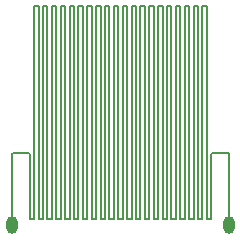
<source format=gtl>
G04*
G04 #@! TF.GenerationSoftware,Altium Limited,Altium Designer,21.4.1 (30)*
G04*
G04 Layer_Physical_Order=1*
G04 Layer_Color=255*
%FSAX44Y44*%
%MOMM*%
G71*
G04*
G04 #@! TF.SameCoordinates,300F7DDE-1E85-4507-BB81-479D1E03A725*
G04*
G04*
G04 #@! TF.FilePolarity,Positive*
G04*
G01*
G75*
%ADD11O,1.0000X1.5000*%
%ADD14C,0.2000*%
D11*
X00008000Y00010500D02*
D03*
X00192000D02*
D03*
D14*
X00192250Y00018000D02*
Y00070578D01*
X00178172Y00071750D02*
X00191078D01*
X00177000Y00070578D02*
X00178172Y00071750D01*
X00191078D02*
X00192250Y00070578D01*
X00177000Y00016000D02*
Y00070578D01*
X00023250Y00016000D02*
Y00070578D01*
X00008000D02*
X00009172Y00071750D01*
X00022078D02*
X00023250Y00070578D01*
X00009172Y00071750D02*
X00022078D01*
X00008000Y00018000D02*
Y00070578D01*
X00027000Y00016000D02*
Y00196000D01*
X00023250Y00016000D02*
X00027000D01*
X00087000Y00196000D02*
X00090750D01*
X00034500Y00016000D02*
Y00196000D01*
X00038250D01*
Y00016000D02*
Y00196000D01*
X00049500Y00016000D02*
Y00196000D01*
X00053250D01*
Y00016000D02*
Y00196000D01*
X00068250Y00016000D02*
Y00196000D01*
X00064500D02*
X00068250D01*
X00064500Y00016000D02*
Y00196000D01*
X00079500Y00016000D02*
Y00196000D01*
X00083250D01*
X00030750Y00016000D02*
X00034500D01*
X00038250D02*
X00042000D01*
X00053250D02*
X00057000D01*
X00045750D02*
X00049500D01*
X00075750D02*
X00079500D01*
X00083250D02*
X00087000D01*
X00068250D02*
X00072000D01*
X00060750D02*
X00064500D01*
X00105750D02*
X00109500D01*
X00113250D02*
X00117000D01*
X00098250D02*
X00102000D01*
X00090750D02*
X00094500D01*
X00135750D02*
X00139500D01*
X00143250D02*
X00147000D01*
X00128250D02*
X00132000D01*
X00120750D02*
X00124500D01*
X00165750D02*
X00169500D01*
X00173250D02*
X00177000D01*
X00158250D02*
X00162000D01*
X00150750D02*
X00154500D01*
X00147000Y00196000D02*
X00150750D01*
X00154500D02*
X00158250D01*
X00169500D02*
X00173250D01*
X00162000D02*
X00165750D01*
X00117000D02*
X00120750D01*
X00124500D02*
X00128250D01*
X00139500D02*
X00143250D01*
X00132000D02*
X00135750D01*
X00094500D02*
X00098250D01*
X00109500D02*
X00113250D01*
X00102000D02*
X00105750D01*
X00057000D02*
X00060750D01*
X00072000D02*
X00075750D01*
X00042000D02*
X00045750D01*
X00027000D02*
X00030750D01*
X00147000Y00016000D02*
Y00196000D01*
X00150750Y00016000D02*
Y00196000D01*
X00158250Y00016000D02*
Y00196000D01*
X00154500Y00016000D02*
Y00196000D01*
X00169500Y00016000D02*
Y00196000D01*
X00173250Y00016000D02*
Y00196000D01*
X00165750Y00016000D02*
Y00196000D01*
X00162000Y00016000D02*
Y00196000D01*
X00087000Y00016000D02*
Y00196000D01*
X00090750Y00016000D02*
Y00196000D01*
X00098250Y00016000D02*
Y00196000D01*
X00094500Y00016000D02*
Y00196000D01*
X00109500Y00016000D02*
Y00196000D01*
X00113250Y00016000D02*
Y00196000D01*
X00105750Y00016000D02*
Y00196000D01*
X00102000Y00016000D02*
Y00196000D01*
X00132000Y00016000D02*
Y00196000D01*
X00135750Y00016000D02*
Y00196000D01*
X00143250Y00016000D02*
Y00196000D01*
X00139500Y00016000D02*
Y00196000D01*
X00124500Y00016000D02*
Y00196000D01*
X00128250Y00016000D02*
Y00196000D01*
X00120750Y00016000D02*
Y00196000D01*
X00117000Y00016000D02*
Y00196000D01*
X00057000Y00016000D02*
Y00196000D01*
X00060750Y00016000D02*
Y00196000D01*
X00083250Y00016000D02*
Y00196000D01*
X00075750Y00016000D02*
Y00196000D01*
X00072000Y00016000D02*
Y00196000D01*
X00042000Y00016000D02*
Y00196000D01*
X00045750Y00016000D02*
Y00196000D01*
X00030750Y00016000D02*
Y00196000D01*
M02*

</source>
